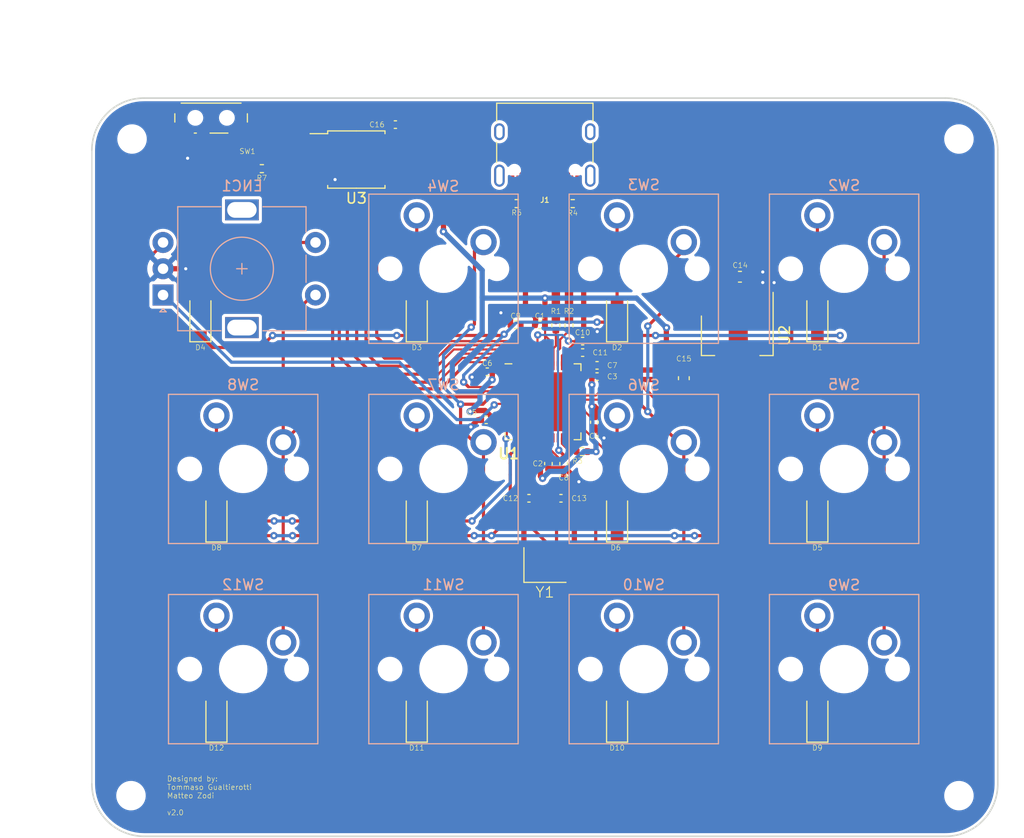
<source format=kicad_pcb>
(kicad_pcb (version 20211014) (generator pcbnew)
  (layers (0 "F.Cu" signal) (31 "B.Cu" power) (34 "B.Paste" user) (35 "F.Paste" user) (36 "B.SilkS" user "B.Silkscreen") (37 "F.SilkS" user "F.Silkscreen") (38 "B.Mask" user) (39 "F.Mask" user) (44 "Edge.Cuts" user))
  (net 0 "")
  (net 1 "+3V3")
  (net 2 "GND")
  (net 3 "+1V1")
  (net 4 "/XIN")
  (net 5 "/XOUT")
  (net 6 "VBUS")
  (net 7 "/ROW_0")
  (net 8 "Net-(D1-Pad2)")
  (net 9 "Net-(D2-Pad2)")
  (net 10 "Net-(D3-Pad2)")
  (net 11 "/ROW_1")
  (net 12 "Net-(D5-Pad2)")
  (net 13 "Net-(D6-Pad2)")
  (net 14 "/ROW_2")
  (net 15 "Net-(D7-Pad2)")
  (net 16 "Net-(D9-Pad2)")
  (net 17 "Net-(J1-PadA5)")
  (net 18 "/USB_D+")
  (net 19 "/USB_D-")
  (net 21 "Net-(J1-PadB5)")
  (net 24 "Net-(R1-Pad1)")
  (net 25 "Net-(R2-Pad1)")
  (net 26 "Net-(R3-Pad2)")
  (net 27 "/~{USB_BOOT}")
  (net 28 "/QSPI_SS")
  (net 29 "/COL_0")
  (net 30 "/COL_1")
  (net 31 "/COL_2")
  (net 54 "/QSPI_SD3")
  (net 55 "/QSPI_SCLK")
  (net 56 "/QSPI_SD0")
  (net 57 "/QSPI_SD2")
  (net 58 "/QSPI_SD1")
  (net 59 "Net-(D4-Pad2)")
  (net 60 "Net-(D8-Pad2)")
  (net 61 "Net-(D10-Pad2)")
  (net 62 "Net-(D11-Pad2)")
  (net 63 "Net-(D12-Pad2)")
  (net 64 "/COL_3")
  (net 66 "/ENC_PIN_A")
  (net 67 "/ENC_PIN_B")
  (footprint "Resistor_SMD:R_0402_1005Metric" (layer "F.Cu") (at 89.174 65.073 90)
    (fp_text reference "R1")
    (fp_text value "27.4")
  )
  (footprint "Diode_SMD:D_SOD-123" (layer "F.Cu") (at 94.996 64.389 90)
    (fp_text reference "D2")
    (fp_text value "D")
  )
  (footprint "Capacitor_SMD:C_0402_1005Metric" (layer "F.Cu") (at 86.614 81.534 180)
    (fp_text reference "C12")
    (fp_text value "30p")
  )
  (footprint "Button_Switch_SMD:SW_SPDT_PCM12" (layer "F.Cu") (at 56.388 45.6616 180)
    (fp_text reference "SW1")
    (fp_text value "SW_SPDT")
  )
  (footprint "Capacitor_SMD:C_0402_1005Metric" (layer "F.Cu") (at 87.658 65.024 180)
    (fp_text reference "C1")
    (fp_text value "100n")
  )
  (footprint "Capacitor_SMD:C_0402_1005Metric" (layer "F.Cu") (at 82.55 74.0664 180)
    (fp_text reference "C5")
    (fp_text value "100n")
  )
  (footprint "MountingHole:MountingHole_2.2mm_M2" (layer "F.Cu") (at 127.508 109.8296)
    (fp_text reference "H3" hide)
    (fp_text value "MountingHole")
  )
  (footprint "Capacitor_SMD:C_0402_1005Metric" (layer "F.Cu") (at 89.916 78.232 90)
    (fp_text reference "C8")
    (fp_text value "100n")
  )
  (footprint "MountingHole:MountingHole_2.2mm_M2" (layer "F.Cu") (at 127.508 47.3456)
    (fp_text reference "H2" hide)
    (fp_text value "MountingHole")
  )
  (footprint "Capacitor_SMD:C_0603_1608Metric" (layer "F.Cu") (at 106.68 60.452)
    (fp_text reference "C14")
    (fp_text value "10u")
  )
  (footprint "Package_TO_SOT_SMD:SOT-223-3_TabPin2" (layer "F.Cu") (at 106.426 66.04 -90)
    (fp_text reference "U2")
    (fp_text value "NCP1117-3.3_SOT223")
  )
  (footprint "Diode_SMD:D_SOD-123" (layer "F.Cu") (at 114.046 83.439 90)
    (fp_text reference "D5")
    (fp_text value "D")
  )
  (footprint "Diode_SMD:D_SOD-123" (layer "F.Cu") (at 94.996 83.439 90)
    (fp_text reference "D6")
    (fp_text value "D")
  )
  (footprint "Diode_SMD:D_SOD-123" (layer "F.Cu") (at 56.896 83.439 90)
    (fp_text reference "D8")
    (fp_text value "D")
  )
  (footprint "Resistor_SMD:R_0402_1005Metric" (layer "F.Cu") (at 90.424 65.073 90)
    (fp_text reference "R2")
    (fp_text value "27.4")
  )
  (footprint "MountingHole:MountingHole_2.2mm_M2" (layer "F.Cu") (at 48.768 109.8296)
    (fp_text reference "H4" hide)
    (fp_text value "MountingHole")
  )
  (footprint "Capacitor_SMD:C_0402_1005Metric" (layer "F.Cu") (at 91.722 66.576)
    (fp_text reference "C10")
    (fp_text value "1u")
  )
  (footprint "Diode_SMD:D_SOD-123" (layer "F.Cu") (at 114.046 64.389 90)
    (fp_text reference "D1")
    (fp_text value "D")
  )
  (footprint "Resistor_SMD:R_0402_1005Metric" (layer "F.Cu") (at 61.214 50.165)
    (fp_text reference "R7")
    (fp_text value "1k")
  )
  (footprint "Resistor_SMD:R_0402_1005Metric" (layer "F.Cu") (at 90.7796 53.4924)
    (fp_text reference "R4")
    (fp_text value "5k1")
  )
  (footprint "Connector_USB:USB_C_Receptacle_XKB_U262-16XN-4BVC11" (layer "F.Cu") (at 88.1251 47.7266 180)
    (fp_text reference "J1")
    (fp_text value "USB_C_Receptacle_USB2.0")
  )
  (footprint "Capacitor_SMD:C_0402_1005Metric" (layer "F.Cu") (at 92.837 74.295 -90)
    (fp_text reference "C4")
    (fp_text value "100n")
  )
  (footprint "Capacitor_SMD:C_0402_1005Metric" (layer "F.Cu") (at 73.914 45.974)
    (fp_text reference "C16")
    (fp_text value "100n")
  )
  (footprint "Capacitor_SMD:C_0402_1005Metric" (layer "F.Cu") (at 91.722 67.6682)
    (fp_text reference "C11")
    (fp_text value "1u")
  )
  (footprint "Capacitor_SMD:C_0402_1005Metric" (layer "F.Cu") (at 93.091 69.9516)
    (fp_text reference "C3")
    (fp_text value "100n")
  )
  (footprint "Diode_SMD:D_SOD-123" (layer "F.Cu") (at 94.996 102.489 90)
    (fp_text reference "D10")
    (fp_text value "D")
  )
  (footprint "Capacitor_SMD:C_0402_1005Metric" (layer "F.Cu") (at 88.4682 78.232 -90)
    (fp_text reference "C2")
    (fp_text value "100n")
  )
  (footprint "Resistor_SMD:R_0402_1005Metric" (layer "F.Cu") (at 85.45 53.4924 180)
    (fp_text reference "R5")
    (fp_text value "5k1")
  )
  (footprint "Diode_SMD:D_SOD-123" (layer "F.Cu") (at 56.896 102.489 90)
    (fp_text reference "D12")
    (fp_text value "D")
  )
  (footprint "Package_SO:SOIC-8_5.23x5.23mm_P1.27mm" (layer "F.Cu") (at 70.2 49.3)
    (fp_text reference "U3")
    (fp_text value "W25Q128JVS")
  )
  (footprint "Capacitor_SMD:C_0402_1005Metric" (layer "F.Cu") (at 89.662 81.534)
    (fp_text reference "C13")
    (fp_text value "30p")
  )
  (footprint "Diode_SMD:D_SOD-123" (layer "F.Cu") (at 55.372 64.389 90)
    (fp_text reference "D4")
    (fp_text value "D")
  )
  (footprint "Capacitor_SMD:C_0603_1608Metric" (layer "F.Cu") (at 101.346 70.104 -90)
    (fp_text reference "C15")
    (fp_text value "10u")
  )
  (footprint "Package_DFN_QFN:QFN-56-1EP_7x7mm_P0.4mm_EP5.6x5.6mm" (layer "F.Cu") (at 87.95 72.348)
    (fp_text reference "U1")
    (fp_text value "RP2040")
  )
  (footprint "Capacitor_SMD:C_0402_1005Metric" (layer "F.Cu") (at 85.344 65.024 180)
    (fp_text reference "C9")
    (fp_text value "100n")
  )
  (footprint "Resistor_SMD:R_0402_1005Metric" (layer "F.Cu") (at 91.6666 77.089 180)
    (fp_text reference "R3")
    (fp_text value "10k")
  )
  (footprint "MountingHole:MountingHole_2.2mm_M2" (layer "F.Cu") (at 48.8696 47.3456)
    (fp_text reference "H1" hide)
    (fp_text value "MountingHole")
  )
  (footprint "Capacitor_SMD:C_0402_1005Metric" (layer "F.Cu") (at 93.091 68.8848)
    (fp_text reference "C7")
    (fp_text value "100n")
  )
  (footprint "Diode_SMD:D_SOD-123" (layer "F.Cu") (at 114.046 102.489 90)
    (fp_text reference "D9")
    (fp_text value "D")
  )
  (footprint "Diode_SMD:D_SOD-123" (layer "F.Cu") (at 75.946 102.489 90)
    (fp_text reference "D11")
    (fp_text value "D")
  )
  (footprint "Capacitor_SMD:C_0402_1005Metric" (layer "F.Cu") (at 82.6516 69.4944 180)
    (fp_text reference "C6")
    (fp_text value "100n")
  )
  (footprint "Diode_SMD:D_SOD-123" (layer "F.Cu") (at 75.946 64.389 90)
    (fp_text reference "D3")
    (fp_text value "D")
  )
  (footprint "Diode_SMD:D_SOD-123" (layer "F.Cu") (at 75.946 83.439 90)
    (fp_text reference "D7")
    (fp_text value "D")
  )
  (footprint "Crystal:Crystal_SMD_3225-4Pin_3.2x2.5mm" (layer "F.Cu") (at 88.138 87.884)
    (fp_text reference "Y1")
    (fp_text value "12MHz")
  )
  (footprint "Switch_Keyboard_Cherry_MX:SW_Cherry_MX_PCB_1.00u" (layer "B.Cu") (at 78.486 78.74 180)
    (fp_text reference "SW7")
    (fp_text value "KEY_7_12")
  )
  (footprint "Switch_Keyboard_Cherry_MX:SW_Cherry_MX_PCB_1.00u" (layer "B.Cu") (at 116.586 78.74 180)
    (fp_text reference "SW5")
    (fp_text value "KEY_5_10")
  )
  (footprint "Switch_Keyboard_Cherry_MX:SW_Cherry_MX_PCB_1.00u" (layer "B.Cu") (at 97.536 59.69 180)
    (fp_text reference "SW3")
    (fp_text value "KEY_2_01")
  )
  (footprint "Switch_Keyboard_Cherry_MX:SW_Cherry_MX_PCB_1.00u" (layer "B.Cu") (at 97.536 78.74 180)
    (fp_text reference "SW6")
    (fp_text value "KEY_6_11")
  )
  (footprint "Switch_Keyboard_Cherry_MX:SW_Cherry_MX_PCB_1.00u" (layer "B.Cu") (at 97.536 97.79 180)
    (fp_text reference "SW10")
    (fp_text value "KEY_10_21")
  )
  (footprint "Switch_Keyboard_Cherry_MX:SW_Cherry_MX_PCB_1.00u" (layer "B.Cu") (at 59.436 78.74 180)
    (fp_text reference "SW8")
    (fp_text value "KEY_8_13")
  )
  (footprint "Switch_Keyboard_Cherry_MX:SW_Cherry_MX_PCB_1.00u" (layer "B.Cu") (at 116.586 59.69 180)
    (fp_text reference "SW2")
    (fp_text value "KEY_1_00")
  )
  (footprint "Switch_Keyboard_Cherry_MX:SW_Cherry_MX_PCB_1.00u" (layer "B.Cu") (at 78.486 97.79 180)
    (fp_text reference "SW11")
    (fp_text value "KEY_11_22")
  )
  (footprint "Switch_Keyboard_Cherry_MX:SW_Cherry_MX_PCB_1.00u" (layer "B.Cu") (at 116.586 97.79 180)
    (fp_text reference "SW9")
    (fp_text value "KEY_9_20")
  )
  (footprint "Rotary_Encoder:RotaryEncoder_Alps_EC11E-Switch_Vertical_H20mm" (layer "B.Cu") (at 51.816 62.19)
    (fp_text reference "ENC1")
    (fp_text value "Encoder_Switch")
  )
  (footprint "Switch_Keyboard_Cherry_MX:SW_Cherry_MX_PCB_1.00u" (layer "B.Cu") (at 59.436 97.79 180)
    (fp_text reference "SW12")
    (fp_text value "KEY_12_23")
  )
  (footprint "Switch_Keyboard_Cherry_MX:SW_Cherry_MX_PCB_1.00u" (layer "B.Cu") (at 78.486 59.69 180)
    (fp_text reference "SW4")
    (fp_text value "KEY_3_02")
  )
  (gr_line (start 50 43.45) (end 126.2 43.45) (layer "Edge.Cuts") (width 0.15))
  (gr_arc (start 126.2 43.45) (mid 129.732472 44.882098) (end 131.199997 48.4) (layer "Edge.Cuts") (width 0.15))
  (gr_arc (start 45.05 48.4) (mid 46.499821 44.899821) (end 50 43.45) (layer "Edge.Cuts") (width 0.15))
  (gr_line (start 131.199997 48.4) (end 131.2 108.75) (layer "Edge.Cuts") (width 0.15))
  (gr_arc (start 50 113.7) (mid 46.489465 112.225179) (end 45.049998 108.7) (layer "Edge.Cuts") (width 0.15))
  (gr_arc (start 131.2 108.75) (mid 129.725178 112.260533) (end 126.2 113.7) (layer "Edge.Cuts") (width 0.15))
  (gr_line (start 45.049998 108.7) (end 45.05 48.4) (layer "Edge.Cuts") (width 0.1))
  (gr_line (start 126.2 113.7) (end 50 113.7) (layer "Edge.Cuts") (width 0.15))
  (gr_text "Designed by:\nTommaso Gualtierotti\nMatteo Zodi\n\nv2.0" (at 52.1716 109.8296) (layer "F.SilkS") (effects (font (size 0.5 0.5) (thickness 0.05)) (justify left)))
  (segment (start 92.611 68.8848) (end 92.611 68.5572) (width 0.2) (layer "F.Cu") (net 1))
  (segment (start 97.0658 69.329) (end 95.7834 68.0466) (width 0.5) (layer "F.Cu") (net 1))
  (segment (start 78.486 49.784) (end 76.097 47.395) (width 0.5) (layer "F.Cu") (net 1))
  (segment (start 99.6826 65.3158) (end 99.6826 69.329) (width 0.5) (layer "F.Cu") (net 1))
  (segment (start 92.596378 69.966222) (end 92.611 69.9516) (width 0.5) (layer "F.Cu") (net 1))
  (segment (start 88.55 68.9105) (end 88.55 66.452) (width 0.2) (layer "F.Cu") (net 1))
  (segment (start 92.484 73.815) (end 92.837 73.815) (width 0.2) (layer "F.Cu") (net 1))
  (segment (start 91.3875 69.748) (end 92.4074 69.748) (width 0.2) (layer "F.Cu") (net 1))
  (segment (start 92.4306 68.3768) (end 91.4908 68.3768) (width 0.2) (layer "F.Cu") (net 1))
  (segment (start 88.15 65.036) (end 88.138 65.024) (width 0.2) (layer "F.Cu") (net 1))
  (segment (start 92.611 68.6536) (end 93.218 68.0466) (width 0.2) (layer "F.Cu") (net 1))
  (segment (start 63.627 47.371) (end 65.024 45.974) (width 0.5) (layer "F.Cu") (net 1))
  (segment (start 76.097 47.395) (end 73.8 47.395) (width 0.5) (layer "F.Cu") (net 1))
  (segment (start 87.7082 79.4278) (end 87.9094 79.629) (width 0.5) (layer "F.Cu") (net 1))
  (segment (start 81.1255 73.1815) (end 82.4525 73.1815) (width 0.5) (layer "F.Cu") (net 1))
  (segment (start 90.15 68.9105) (end 90.15 68.1174) (width 0.2) (layer "F.Cu") (net 1))
  (segment (start 88.15 66.052) (end 88.15 65.036) (width 0.2) (layer "F.Cu") (net 1))
  (segment (start 88.4682 77.2922) (end 88.15 76.974) (width 0.2) (layer "F.Cu") (net 1))
  (segment (start 73.434 45.974) (end 73.434 47.029) (width 0.5) (layer "F.Cu") (net 1))
  (segment (start 84.2589 69.4944) (end 83.1316 69.4944) (width 0.2) (layer "F.Cu") (net 1))
  (segment (start 90.55 68.9105) (end 92.5853 68.9105) (width 0.2) (layer "F.Cu") (net 1))
  (segment (start 83.1316 69.4944) (end 83.1316 70.2257) (width 0.5) (layer "F.Cu") (net 1))
  (segment (start 88.283814 77.752) (end 87.7082 78.327614) (width 0.5) (layer "F.Cu") (net 1))
  (segment (start 106.426 69.19) (end 106.274 69.342) (width 0.5) (layer "F.Cu") (net 1))
  (segment (start 92.611 68.8848) (end 92.611 69.9516) (width 0.2) (layer "F.Cu") (net 1))
  (segment (start 93.091 73.025) (end 92.8635 72.7975) (width 0.5) (layer "F.Cu") (net 1))
  (segment (start 92.4074 69.748) (end 92.611 69.9516) (width 0.2) (layer "F.Cu") (net 1))
  (segment (start 99.695 65.3034) (end 99.6826 65.3158) (width 0.5) (layer "F.Cu") (net 1))
  (segment (start 88.15 76.974) (end 88.15 75.7855) (width 0.2) (layer "F.Cu") (net 1))
  (segment (start 83.2612 74.0664) (end 83.03 74.0664) (width 0.2) (layer "F.Cu") (net 1))
  (segment (start 92.837 73.815) (end 92.936 73.815) (width 0.5) (layer "F.Cu") (net 1))
  (segment (start 97.422 69.329) (end 97.0658 69.329) (width 0.5) (layer "F.Cu") (net 1))
  (segment (start 90.5992 67.6682) (end 91.242 67.6682) (width 0.2) (layer "F.Cu") (net 1))
  (segment (start 91.3875 73.348) (end 92.017 73.348) (width 0.2) (layer "F.Cu") (net 1))
  (segment (start 58.638 47.0916) (end 58.9174 47.371) (width 0.5) (layer "F.Cu") (net 1))
  (segment (start 65.024 45.974) (end 73.434 45.974) (width 0.5) (layer "F.Cu") (net 1))
  (segment (start 81.026 73.281) (end 81.1255 73.1815) (width 0.5) (layer "F.Cu") (net 1))
  (segment (start 88.4682 77.752) (end 88.4682 77.2922) (width 0.2) (layer "F.Cu") (net 1))
  (segment (start 88.55 66.452) (end 88.15 66.052) (width 0.2) (layer "F.Cu") (net 1))
  (segment (start 92.596378 70.726978) (end 92.596378 69.966222) (width 0.5) (layer "F.Cu") (net 1))
  (segment (start 92.5853 68.9105) (end 92.611 68.8848) (width 0.2) (layer "F.Cu") (net 1))
  (segment (start 87.7082 78.327614) (end 87.7082 79.4278) (width 0.5) (layer "F.Cu") (net 1))
  (segment (start 92.017 73.348) (end 92.484 73.815) (width 0.2) (layer "F.Cu") (net 1))
  (segment (start 92.8635 72.7975) (end 92.5966 72.7975) (width 0.5) (layer "F.Cu") (net 1))
  (segment (start 91.4908 68.3768) (end 91.242 68.128) (width 0.2) (layer "F.Cu") (net 1))
  (segment (start 88.4682 77.752) (end 88.283814 77.752) (width 0.5) (layer "F.Cu") (net 1))
  (segment (start 95.7834 68.0466) (end 93.218 68.0466) (width 0.5) (layer "F.Cu") (net 1))
  (segment (start 91.242 68.128) (end 91.242 67.6682) (width 0.2) (layer "F.Cu") (net 1))
  (segment (start 73.434 47.029) (end 73.8 47.395) (width 0.5) (layer "F.Cu") (net 1))
  (segment (start 83.1316 70.2257) (end 83.1088 70.2485) (width 0.5) (layer "F.Cu") (net 1))
  (segment (start 90.15 68.1174) (end 90.5992 67.6682) (width 0.2) (layer "F.Cu") (net 1))
  (segment (start 88.15 68.9105) (end 88.15 66.052) (width 0.2) (layer "F.Cu") (net 1))
  (segment (start 106.426 62.89) (end 106.426 69.19) (width 0.5) (layer "F.Cu") (net 1))
  (segment (start 82.4525 73.1815) (end 83.03 73.759) (width 0.5) (layer "F.Cu") (net 1))
  (segment (start 78.486 56.154464) (end 78.486 49.784) (width 0.5) (layer "F.Cu") (net 1))
  (segment (start 88.138 62.484) (end 88.138 65.024) (width 0.5) (layer "F.Cu") (net 1))
  (segment (start 83.9796 73.348) (end 83.2612 74.0664) (width 0.2) (layer "F.Cu") (net 1))
  (segment (start 92.611 68.8848) (end 92.611 68.6536) (width 0.2) (layer "F.Cu") (net 1))
  (segment (start 92.990756 77.089) (end 92.1766 77.089) (width 0.5) (layer "F.Cu") (net 1))
  (segment (start 93.091 73.66) (end 93.091 73.025) (width 0.5) (layer "F.Cu") (net 1))
  (segment (start 101.359 69.342) (end 101.346 69.329) (width 0.5) (layer "F.Cu") (net 1))
  (segment (start 58.9174 47.371) (end 63.627 47.371) (width 0.5) (layer "F.Cu") (net 1))
  (segment (start 84.5125 73.348) (end 83.9796 73.348) (width 0.2) (layer "F.Cu") (net 1))
  (segment (start 84.5125 69.748) (end 84.2589 69.4944) (width 0.2) (layer "F.Cu") (net 1))
  (segment (start 92.611 68.5572) (end 92.4306 68.3768) (width 0.2) (layer "F.Cu") (net 1))
  (segment (start 99.6826 69.329) (end 97.422 69.329) (width 0.5) (layer "F.Cu") (net 1))
  (segment (start 106.274 69.342) (end 101.359 69.342) (width 0.5) (layer "F.Cu") (net 1))
  (segment (start 83.03 73.759) (end 83.03 74.0664) (width 0.5) (layer "F.Cu") (net 1))
  (segment (start 101.346 69.329) (end 99.6826 69.329) (width 0.5) (layer "F.Cu") (net 1))
  (segment (start 92.936 73.815) (end 93.091 73.66) (width 0.5) (layer "F.Cu") (net 1))
  (via (at 81.026 73.281) (size 0.7) (drill 0.3) (layers "F.Cu" "B.Cu") (net 1))
  (via (at 92.990756 77.089) (size 0.7) (drill 0.3) (layers "F.Cu" "B.Cu") (net 1))
  (via (at 83.1088 70.2485) (size 0.7) (drill 0.3) (layers "F.Cu" "B.Cu") (net 1))
  (via (at 78.486 56.154464) (size 0.7) (drill 0.3) (layers "F.Cu" "B.Cu") (net 1))
  (via (at 92.5966 72.7975) (size 0.7) (drill 0.3) (layers "F.Cu" "B.Cu") (net 1))
  (via (at 88.138 62.484) (size 0.7) (drill 0.3) (layers "F.Cu" "B.Cu") (net 1))
  (via (at 99.695 65.3034) (size 0.7) (drill 0.3) (layers "F.Cu" "B.Cu") (net 1))
  (via (at 87.9094 79.629) (size 0.7) (drill 0.3) (layers "F.Cu" "B.Cu") (net 1))
  (via (at 92.596378 70.726978) (size 0.7) (drill 0.3) (layers "F.Cu" "B.Cu") (net 1))
  (segment (start 83.1088 70.2485) (end 81.9579 71.3994) (width 0.5) (layer "B.Cu") (net 1))
  (segment (start 81.9579 71.3994) (end 81.9579 72.3491) (width 0.5) (layer "B.Cu") (net 1))
  (segment (start 82.169 65.786) (end 82.169 62.4078) (width 0.5) (layer "B.Cu") (net 1))
  (segment (start 92.990756 77.089) (end 91.8464 77.089) (width 0.5) (layer "B.Cu") (net 1))
  (segment (start 92.5966 75.9088) (end 92.5966 72.5288) (width 0.5) (layer "B.Cu") (net 1))
  (segment (start 92.5966 70.7272) (end 92.596378 70.726978) (width 0.5) (layer "B.Cu") (net 1))
  (segment (start 92.990756 76.302956) (end 92.5966 75.9088) (width 0.5) (layer "B.Cu") (net 1))
  (segment (start 81.9579 71.3994) (end 79.8576 71.3994) (width 0.5) (layer "B.Cu") (net 1))
  (segment (start 96.8502 62.484) (end 82.2452 62.484) (width 0.5) (layer "B.Cu") (net 1))
  (segment (start 99.695 65.3034) (end 99.6696 65.3034) (width 0.5) (layer "B.Cu") (net 1))
  (segment (start 89.9668 78.9686) (end 88.5698 78.9686) (width 0.5) (layer "B.Cu") (net 1))
  (segment (start 79.3242 68.6308) (end 82.169 65.786) (width 0.5) (layer "B.Cu") (net 1))
  (segment (start 92.990756 77.089) (end 92.990756 76.302956) (width 0.5) (layer "B.Cu") (net 1))
  (segment (start 82.2452 62.484) (end 82.169 62.4078) (width 0.5) (layer "B.Cu") (net 1))
  (segment (start 88.5698 78.9686) (end 87.9094 79.629) (width 0.5) (layer "B.Cu") (net 1))
  (segment (start 79.8576 71.3994) (end 79.3242 70.866) (width 0.5) (layer "B.Cu") (net 1))
  (segment (start 82.169 59.837464) (end 82.169 62.4078) (width 0.5) (layer "B.Cu") (net 1))
  (segment (start 79.3242 70.866) (end 79.3242 68.6308) (width 0.5) (layer "B.Cu") (net 1))
  (segment (start 92.5966 72.5288) (end 92.5966 70.7272) (width 0.5) (layer "B.Cu") (net 1))
  (segment (start 78.486 56.154464) (end 82.169 59.837464) (width 0.5) (layer "B.Cu") (net 1))
  (segment (start 81.9579 72.3491) (end 81.026 73.281) (width 0.5) (layer "B.Cu") (net 1))
  (segment (start 99.6696 65.3034) (end 96.8502 62.484) (width 0.5) (layer "B.Cu") (net 1))
  (segment (start 91.8464 77.089) (end 89.9668 78.9686) (width 0.5) (layer "B.Cu") (net 1))
  (segment (start 92.202 67.6682) (end 92.202 66.576) (width 0.5) (layer "F.Cu") (net 2))
  (segment (start 84.7751 51.3966) (end 85.0751 51.3966) (width 0.3) (layer "F.Cu") (net 2))
  (segment (start 89.238 88.734) (end 90.4884 88.734) (width 0.5) (layer "F.Cu") (net 2))
  (segment (start 85.598 55.499) (end 85.598 59.817) (width 0.5) (layer "F.Cu") (net 2))
  (segment (start 86.106 81.506) (end 85.598 80.998) (width 0.5) (layer "F.Cu") (net 2))
  (segment (start 85.3186 63.881) (end 86.2838 63.881) (width 0.5) (layer "F.Cu") (net 2))
  (segment (start 86.95 75.7855) (end 86.95 73.348) (width 0.2) (layer "F.Cu") (net 2))
  (segment (start 90.2462 81.534) (end 90.142 81.534) (width 0.5) (layer "F.Cu") (net 2))
  (segment (start 90.551 54.864) (end 91.2896 54.1254) (width 0.5) (layer "F.Cu") (net 2))
  (segment (start 87.249 64.3128) (end 87.249 64.953) (width 0.5) (layer "F.Cu") (net 2))
  (segment (start 81.7118 69.4944) (end 81.2038 70.0024) (width 0.5) (layer "F.Cu") (net 2))
  (segment (start 93.107433 65.670567) (end 92.202 66.576) (width 0.5) (layer "F.Cu") (net 2))
  (segment (start 74.394 45.974) (end 76.073 45.974) (width 0.5) (layer "F.Cu") (net 2))
  (segment (start 110.134 62.89) (end 108.726 62.89) (width 0.5) (layer "F.Cu") (net 2))
  (segment (start 90.551 59.944) (end 90.551 54.864) (width 0.5) (layer "F.Cu") (net 2))
  (segment (start 86.2838 63.881) (end 86.8172 63.881) (width 0.5) (layer "F.Cu") (net 2))
  (segment (start 84.94 53.4924) (end 84.94 54.841) (width 0.5) (layer "F.Cu") (net 2))
  (segment (start 90.142 80.363) (end 90.142 81.534) (width 0.5) (layer "F.Cu") (net 2))
  (segment (start 84.94 53.4924) (end 84.9 53.4524) (width 0.5) (layer "F.Cu") (net 2))
  (segment (start 93.8504 70.231) (end 93.571 69.9516) (width 0.5) (layer "F.Cu") (net 2))
  (segment (start 84.864 65.024) (end 84.864 64.3356) (width 0.5) (layer "F.Cu") (net 2))
  (segment (start 89.916 80.137) (end 90.142 80.363) (width 0.5) (layer "F.Cu") (net 2))
  (segment (start 99.2762 70.879) (end 98.6282 70.231) (width 0.5) (layer "F.Cu") (net 2))
  (segment (start 85.598 80.998) (end 85.598 77.724) (width 0.5) (layer "F.Cu") (net 2))
  (segment (start 92.837 74.775) (end 92.837 74.8792) (width 0.5) (layer "F.Cu") (net 2))
  (segment (start 86.106 81.506) (end 86.134 81.534) (width 0.2) (layer "F.Cu") (net 2))
  (segment (start 92.202 65.786) (end 91.821 65.405) (width 0.5) (layer "F.Cu") (net 2))
  (segment (start 85.598 77.724) (end 86.106 77.216) (width 0.5) (layer "F.Cu") (net 2))
  (segment (start 54.138 49.1596) (end 54.138 47.0916) (width 0.5) (layer "F.Cu") (net 2))
  (segment (start 91.821 65.405) (end 91.821 61.214) (width 0.5) (layer "F.Cu") (net 2))
  (segment (start 101.346 70.879) (end 102.095 71.628) (width 0.5) (layer "F.Cu") (net 2))
  (segment (start 92.837 74.8792) (end 93.7514 75.7936) (width 0.5) (layer "F.Cu") (net 2))
  (segment (start 84.9 53.4524) (end 84.9 51.3966) (width 0.5) (layer "F.Cu") (net 2))
  (segment (start 89.238 89.6796) (end 89.238 88.734) (width 0.5) (layer "F.Cu") (net 2))
  (segment (start 91.2896 53.4924) (end 91.2751 53.4779) (width 0.5) (layer "F.Cu") (net 2))
  (segment (start 86.8172 63.881) (end 87.249 64.3128) (width 0.5) (layer "F.Cu") (net 2))
  (segment (start 91.4751 51.3966) (end 91.1751 51.3966) (width 0.3) (layer "F.Cu") (net 2))
  (segment (start 85.217 89.535) (end 85.979 90.297) (width 0.5) (layer "F.Cu") (net 2))
  (segment (start 90.932 88.2904) (end 90.932 82.2198) (width 0.5) (layer "F.Cu") (net 2))
  (segment (start 91.821 61.214) (end 90.551 59.944) (width 0.5) (layer "F.Cu") (net 2))
  (segment (start 76.073 45.974) (end 83.5914 53.4924) (width 0.5) (layer "F.Cu") (net 2))
  (segment (start 54.1528 49.1744) (end 54.138 49.1596) (width 0.5) (layer "F.Cu") (net 2))
  (segment (start 91.2896 54.1254) (end 91.2896 53.4924) (width 0.5) (layer "F.Cu") (net 2))
  (segment (start 93.571 68.8848) (end 93.571 69.9516) (width 0.5) (layer "F.Cu") (net 2))
  (segment (start 51.816 59.69) (end 53.975 59.69) (width 0.5) (layer "F.Cu") (net 2))
  (segment (start 86.95 75.7855) (end 86.95 76.372) (width 0.2) (layer "F.Cu") (net 2))
  (segment (start 86.2838 60.5028) (end 86.2838 63.881) (width 0.5) (layer "F.Cu") (net 2))
  (segment (start 87.038 87.034) (end 85.9654 87.034) (width 0.5) (layer "F.Cu") (net 2))
  (segment (start 86.95 73.348) (end 87.95 72.348) (width 0.2) (layer "F.Cu") (net 2))
  (segment (start 101.346 70.879) (end 99.2762 70.879) (width 0.5) (layer "F.Cu") (net 2))
  (segment (start 86.134 81.534) (end 86.134 86.13) (width 0.5) (layer "F.Cu") (net 2))
  (segment (start 81.7636 74.0664) (end 82.07 74.0664) (width 0.5) (layer "F.Cu") (net 2))
  (segment (start 89.916 78.712) (end 90.1166 78.712) (width 0.5) (layer "F.Cu") (net 2))
  (segment (start 84.864 64.3356) (end 85.3186 63.881) (width 0.5) (layer "F.Cu") (net 2))
  (segment (start 85.9654 87.034) (end 85.217 87.7824) (width 0.5) (layer "F.Cu") (net 2))
  (segment (start 89.916 78.712) (end 89.916 80.137) (width 0.5) (layer "F.Cu") (net 2))
  (segment (start 109.982 71.628) (end 111.506 70.104) (width 0.5) (layer "F.Cu") (net 2))
  (segment (start 111.506 70.104) (end 111.506 64.262) (width 0.5) (layer "F.Cu") (net 2))
  (segment (start 68.175 51.205) (end 66.6 51.205) (width 0.5) (layer "F.Cu") (net 2))
  (segment (start 88.6206 90.297) (end 89.238 89.6796) (width 0.5) (layer "F.Cu") (net 2))
  (segment (start 82.1716 69.4944) (end 81.7118 69.4944) (width 0.5) (layer "F.Cu") (net 2))
  (segment (start 88.646 78.712) (end 89.916 78.712) (width 0.5) (layer "F.Cu") (net 2))
  (segment (start 83.5914 53.4924) (end 84.94 53.4924) (width 0.5) (layer "F.Cu") (net 2))
  (segment (start 85.3186 63.881) (end 83.947 63.881) (width 0.5) (layer "F.Cu") (net 2))
  (segment (start 90.932 82.2198) (end 90.2462 81.534) (width 0.5) (layer "F.Cu") (net 2))
  (segment (start 84.94 54.841) (end 85.598 55.499) (width 0.5) (layer "F.Cu") (net 2))
  (segment (start 91.2751 53.4779) (end 91.2751 51.3966) (width 0.5) (layer "F.Cu") (net 2))
  (segment (start 87.249 64.953) (end 87.178 65.024) (width 0.5) (layer "F.Cu") (net 2))
  (segment (start 85.217 87.7824) (end 85.217 89.535) (width 0.5) (layer "F.Cu") (net 2))
  (segment (start 90.1166 78.712) (end 91.3638 79.9592) (width 0.5) (layer "F.Cu") (net 2))
  (segment (start 98.6282 70.231) (end 93.8504 70.231) (width 0.5) (layer "F.Cu") (net 2))
  (segment (start 86.95 76.372) (end 86.106 77.216) (width 0.2) (layer "F.Cu") (net 2))
  (segment (start 92.202 66.576) (end 92.202 65.786) (width 0.5) (layer "F.Cu") (net 2))
  (segment (start 102.095 71.628) (end 109.982 71.628) (width 0.5) (layer "F.Cu") (net 2))
  (segment (start 111.506 64.262) (end 110.134 62.89) (width 0.5) (layer "F.Cu") (net 2))
  (segment (start 85.979 90.297) (end 88.6206 90.297) (width 0.5) (layer "F.Cu") (net 2))
  (segment (start 81.0895 74.7405) (end 81.7636 74.0664) (width 0.5) (layer "F.Cu") (net 2))
  (segment (start 90.4884 88.734) (end 90.932 88.2904) (width 0.5) (layer "F.Cu") (net 2))
  (segment (start 85.598 59.817) (end 86.2838 60.5028) (width 0.5) (layer "F.Cu") (net 2))
  (segment (start 86.134 86.13) (end 87.038 87.034) (width 0.5) (layer "F.Cu") (net 2))
  (via (at 83.947 63.881) (size 0.7) (drill 0.3) (layers "F.Cu" "B.Cu") (net 2))
  (via (at 93.7514 75.7936) (size 0.7) (drill 0.3) (layers "F.Cu" "B.Cu") (net 2))
  (via (at 81.2038 70.0024) (size 0.7) (drill 0.3) (layers "F.Cu" "B.Cu") (net 2))
  (via (at 54.1528 49.1744) (size 0.7) (drill 0.3) (layers "F.Cu" "B.Cu") (net 2))
  (via (at 68.175 51.205) (size 0.7) (drill 0.3) (layers "F.Cu" "B.Cu") (net 2))
  (via (at 108.85 61) (size 0.7) (drill 0.3) (layers "F.Cu" "B.Cu") (net 2))
  (via (at 91.3638 79.9592) (size 0.7) (drill 0.3) (layers "F.Cu" "B.Cu") (net 2))
  (via (at 108.85 60) (size 0.7) (drill 0.3) (layers "F.Cu" "B.Cu") (net 2))
  (via (at 81.0895 74.7405) (size 0.7) (drill 0.3) (layers "F.Cu" "B.Cu") (net 2))
  (via (at 53.975 59.69) (size 0.7) (drill 0.3) (layers "F.Cu" "B.Cu") (net 2))
  (via (at 109.9312 61.0108) (size 0.7) (drill 0.3) (layers "F.Cu" "B.Cu") (net 2))
  (via (at 93.107433 65.670567) (size 0.7) (drill 0.3) (layers "F.Cu" "B.Cu") (net 2))
  (segment (start 87.75 67.440233) (end 85.824 65.514233) (width 0.2) (layer "F.Cu") (net 3))
  (segment (start 91.125714 66.576) (end 91.242 66.576) (width 0.2) (layer "F.Cu") (net 3))
  (segment (start 87.4268 66.0129) (end 87.4505 65.9892) (width 0.2) (layer "F.Cu") (net 3))
  (segment (start 85.824 65.514233) (end 85.824 65.024) (width 0.2) (layer "F.Cu") (net 3))
  (segment (start 90.385038 66.576) (end 91.242 66.576) (width 0.2) (layer "F.Cu") (net 3))
  (segment (start 89.5122 77.752) (end 89.916 77.752) (width 0.2) (layer "F.Cu") (net 3))
  (segment (start 88.55 76.7898) (end 89.5122 77.752) (width 0.2) (layer "F.Cu") (net 3))
  (segment (start 87.75 67.440233) (end 87.4268 67.117033) (width 0.2) (layer "F.Cu") (net 3))
  (segment (start 89.75 67.951714) (end 91.125714 66.576) (width 0.2) (layer "F.Cu") (net 3))
  (segment (start 88.55 75.7855) (end 88.55 76.7898) (width 0.2) (layer "F.Cu") (net 3))
  (segment (start 90.367286 66.558248) (end 90.385038 66.576) (width 0.2) (layer "F.Cu") (net 3))
  (segment (start 87.75 68.9105) (end 87.75 67.440233) (width 0.2) (layer "F.Cu") (net 3))
  (segment (start 89.456625 76.963957) (end 89.916 77.423332) (width 0.3) (layer "F.Cu") (net 3))
  (segment (start 89.916 77.423332) (end 89.916 77.752) (width 0.3) (layer "F.Cu") (net 3))
  (segment (start 89.75 68.9105) (end 89.75 67.951714) (width 0.2) (layer "F.Cu") (net 3))
  (segment (start 87.4268 67.117033) (end 87.4268 66.0129) (width 0.2) (layer "F.Cu") (net 3))
  (via (at 87.4505 65.9892) (size 0.7) (drill 0.3) (layers "F.Cu" "B.Cu") (net 3))
  (via (at 90.367286 66.558248) (size 0.7) (drill 0.3) (layers "F.Cu" "B.Cu") (net 3))
  (via (at 89.456625 76.963957) (size 0.7) (drill 0.3) (layers "F.Cu" "B.Cu") (net 3))
  (segment (start 90.367286 66.558248) (end 89.798238 65.9892) (width 0.2) (layer "B.Cu") (net 3))
  (segment (start 89.379491 76.886823) (end 89.456625 76.963957) (width 0.2) (layer "B.Cu") (net 3))
  (segment (start 89.798238 65.9892) (end 87.4505 65.9892) (width 0.2) (layer "B.Cu") (net 3))
  (segment (start 89.379491 65.9892) (end 89.379491 76.886823) (width 0.2) (layer "B.Cu") (net 3))
  (segment (start 86.36 78.359) (end 86.36 77.978) (width 0.2) (layer "F.Cu") (net 4))
  (segment (start 86.36 78.359) (end 86.36 80.391) (width 0.3) (layer "F.Cu") (net 4))
  (segment (start 87.288 88.734) (end 87.038 88.734) (width 0.3) (layer "F.Cu") (net 4))
  (segment (start 87.094 81.534) (end 87.094 84.554) (width 0.3) (layer "F.Cu") (net 4))
  (segment (start 87.35 76.988) (end 87.35 75.7855) (width 0.2) (layer "F.Cu") (net 4))
  (segment (start 88.138 85.598) (end 88.138 87.884) (width 0.3) (layer "F.Cu") (net 4))
  (segment (start 87.094 81.125) (end 87.094 81.534) (width 0.3) (layer "F.Cu") (net 4))
  (segment (start 87.094 84.554) (end 88.138 85.598) (width 0.3) (layer "F.Cu") (net 4))
  (segment (start 86.36 80.391) (end 87.094 81.125) (width 0.3) (layer "F.Cu") (net 4))
  (segment (start 86.36 77.978) (end 87.35 76.988) (width 0.2) (layer "F.Cu") (net 4))
  (segment (start 88.138 87.884) (end 87.288 88.734) (width 0.3) (layer "F.Cu") (net 4))
  (segment (start 87.75 75.7855) (end 87.75 77.35) (width 0.2) (layer "F.Cu") (net 5))
  (segment (start 86.995 78.105) (end 86.995 79.8576) (width 0.3) (layer "F.Cu") (net 5))
  (segment (start 87.1474 80.01) (end 88.6714 81.534) (width 0.3) (layer "F.Cu") (net 5))
  (segment (start 89.182 81.534) (end 89.238 81.59) (width 0.3) (layer "F.Cu") (net 5))
  (segment (start 88.6714 81.534) (end 89.182 81.534) (width 0.3) (layer "F.Cu") (net 5))
  (segment (start 86.995 79.8576) (end 87.1474 80.01) (width 0.3) (layer "F.Cu") (net 5))
  (segment (start 89.238 81.59) (end 89.238 87.034) (width 0.3) (layer "F.Cu") (net 5))
  (segment (start 87.75 77.35) (end 86.995 78.105) (width 0.2) (layer "F.Cu") (net 5))
  (segment (start 105.8926 60.4396) (end 105.905 60.452) (width 0.5) (layer "F.Cu") (net 6))
  (segment (start 90.3751 51.3966) (end 90.6751 51.3966) (width 0.3) (layer "F.Cu") (net 6))
  (segment (start 90.3751 51.3966) (end 90.3751 50.6751) (width 0.3) (layer "F.Cu") (net 6))
  (segment (start 90.3751 50.6751) (end 88.2902 48.5902) (width 0.3) (layer "F.Cu") (net 6))
  (segment (start 85.8751 51.3966) (end 85.5751 51.3966) (width 0.3) (layer "F.Cu") (net 6))
  (segment (start 85.8751 50.6749) (end 87.9598 48.5902) (width 0.3) (layer "F.Cu") (net 6))
  (segment (start 85.8751 51.3966) (end 85.8751 50.6749) (width 0.3) (layer "F.Cu") (net 6))
  (segment (start 116.205 66.04) (end 114.047 66.04) (width 0.3) (layer "F.Cu") (net 7))
  (segment (start 80.4037 70.4723) (end 80.8482 70.9168) (width 0.3) (layer "F.Cu") (net 7))
  (segment (start 93.728267 64.771267) (end 94.996 66.039) (width 0.3) (layer "F.Cu") (net 7))
  (segment (start 93.088329 64.771267) (end 93.728267 64.771267) (width 0.3) (layer "F.Cu") (net 7))
  (segment (start 114.047 66.04) (end 114.046 66.039) (width 0.3) (layer "F.Cu") (net 7))
  (segment (start 56.516 67.183) (end 55.372 66.039) (width 0.3) (layer "F.Cu") (net 7))
  (segment (start 84.252125 65.9235) (end 84.136625 66.039) (width 0.3) (layer "F.Cu") (net 7))
  (segment (start 74.041 66.04) (end 75.945 66.04) (width 0.3) (layer "F.Cu") (net 7))
  (segment (start 80.8794 70.948) (end 84.5125 70.948) (width 0.2) (layer "F.Cu") (net 7))
  (segment (start 98.6546 66.039) (end 94.996 66.039) (width 0.3) (layer "F.Cu") (net 7))
  (segment (start 84.136625 66.039) (end 75.946 66.039) (width 0.3) (layer "F.Cu") (net 7))
  (segment (start 75.945 66.04) (end 75.946 66.039) (width 0.3) (layer "F.Cu") (net 7))
  (segment (start 62.23 66.04) (end 61.087 67.183) (width 0.3) (layer "F.Cu") (net 7))
  (segment (start 61.087 67.183) (end 56.516 67.183) (width 0.3) (layer "F.Cu") (net 7))
  (via (at 80.4037 70.4723) (size 0.7) (drill 0.3) (layers "F.Cu" "B.Cu") (net 7))
  (via (at 116.205 66.04) (size 0.7) (drill 0.3) (layers "F.Cu" "B.Cu") (net 7))
  (via (at 74.041 66.04) (size 0.7) (drill 0.3) (layers "F.Cu" "B.Cu") (net 7))
  (via (at 93.088329 64.771267) (size 0.7) (drill 0.3) (layers "F.Cu" "B.Cu") (net 7))
  (via (at 84.252125 65.9235) (size 0.7) (drill 0.3) (layers "F.Cu" "B.Cu") (net 7))
  (via (at 62.23 66.04) (size 0.7) (drill 0.3) (layers "F.Cu" "B.Cu") (net 7))
  (via (at 98.6546 66.039) (size 0.7) (drill 0.3) (layers "F.Cu" "B.Cu") (net 7))
  (segment (start 62.23 66.04) (end 74.041 66.04) (width 0.3) (layer "B.Cu") (net 7))
  (segment (start 80.4037 69.81255) (end 85.444983 64.771267) (width 0.3) (layer "B.Cu") (net 7))
  (segment (start 80.4037 70.4723) (end 80.4037 69.81255) (width 0.3) (layer "B.Cu") (net 7))
  (segment (start 98.6546 66.039) (end 98.6556 66.04) (width 0.3) (layer "B.Cu") (net 7))
  (segment (start 85.444983 64.771267) (end 93.088329 64.771267) (width 0.3) (layer "B.Cu") (net 7))
  (segment (start 98.6556 66.04) (end 116.205 66.04) (width 0.3) (layer "B.Cu") (net 7))
  (segment (start 114.046 62.739) (end 114.046 54.61) (width 0.3) (layer "F.Cu") (net 8))
  (segment (start 94.996 54.61) (end 94.996 62.739) (width 0.3) (layer "F.Cu") (net 9))
  (segment (start 75.946 54.61) (end 75.946 62.739) (width 0.3) (layer "F.Cu") (net 10))
  (segment (start 64.136 85.089) (end 75.946 85.089) (width 0.3) (layer "F.Cu") (net 11))
  (segment (start 84.841001 78.211877) (end 84.841001 79.268123) (width 0.3) (layer "F.Cu") (net 11))
  (segment (start 81.406 85.089) (end 81.407 85.09) (width 0.3) (layer "F.Cu") (net 11))
  (segment (start 84.836 79.273124) (end 84.836 83.312) (width 0.3) (layer "F.Cu") (net 11))
  (segment (start 85.344 76.835) (end 84.836 77.343) (width 0.3) (layer "F.Cu") (net 11))
  (segment (start 100.457 85.09) (end 100.456 85.089) (width 0.3) (layer "F.Cu") (net 11))
  (segment (start 84.836 78.206876) (end 84.841001 78.211877) (width 0.3) (layer "F.Cu") (net 11))
  (segment (start 85.35 75.7855) (end 85.35 76.829) (width 0.2) (layer "F.Cu") (net 11))
  (segment (start 102.362 85.09) (end 102.363 85.089) (width 0.3) (layer "F.Cu") (net 11))
  (segment (start 64.135 85.09) (end 64.136 85.089) (width 0.3) (layer "F.Cu") (net 11))
  (segment (start 84.836 77.343) (end 84.836 78.206876) (width 0.3) (layer "F.Cu") (net 11))
  (segment (start 85.35 76.829) (end 85.344 76.835) (width 0.2) (layer "F.Cu") (net 11))
  (segment (start 84.836 83.312) (end 83.058 85.09) (width 0.3) (layer "F.Cu") (net 11))
  (segment (start 100.456 85.089) (end 94.996 85.089) (width 0.3) (layer "F.Cu") (net 11))
  (segment (start 75.946 85.089) (end 81.406 85.089) (width 0.3) (layer "F.Cu") (net 11))
  (segment (start 84.841001 79.268123) (end 84.836 79.273124) (width 0.3) (layer "F.Cu") (net 11))
  (segment (start 56.896 85.089) (end 62.356 85.089) (width 0.3) (layer "F.Cu") (net 11))
  (segment (start 102.363 85.089) (end 114.046 85.089) (width 0.3) (layer "F.Cu") (net 11))
  (segment (start 62.356 85.089) (end 62.357 85.09) (width 0.3) (layer "F.Cu") (net 11))
  (via (at 100.457 85.09) (size 0.7) (drill 0.3) (layers "F.Cu" "B.Cu") (net 11))
  (via (at 102.362 85.09) (size 0.7) (drill 0.3) (layers "F.Cu" "B.Cu") (net 11))
  (via (at 64.135 85.09) (size 0.7) (drill 0.3) (layers "F.Cu" "B.Cu") (net 11))
  (via (at 81.407 85.09) (size 0.7) (drill 0.3) (layers "F.Cu" "B.Cu") (net 11))
  (via (at 83.058 85.09) (size 0.7) (drill 0.3) (layers "F.Cu" "B.Cu") (net 11))
  (via (at 62.357 85.09) (size 0.7) (drill 0.3) (layers "F.Cu" "B.Cu") (net 11))
  (segment (start 83.058 85.09) (end 100.457 85.09) (width 0.3) (layer "B.Cu") (net 11))
  (segment (start 100.457 85.09) (end 102.362 85.09) (width 0.3) (layer "B.Cu") (net 11))
  (segment (start 62.357 85.09) (end 64.135 85.09) (width 0.3) (layer "B.Cu") (net 11))
  (segment (start 81.407 85.09) (end 83.058 85.09) (width 0.3) (layer "B.Cu") (net 11))
  (segment (start 114.046 73.66) (end 114.046 81.789) (width 0.3) (layer "F.Cu") (net 12))
  (segment (start 94.996 73.66) (end 94.996 81.789) (width 0.3) (layer "F.Cu") (net 13))
  (segment (start 94.234 79.502) (end 94.234 77.343) (width 0.3) (layer "F.Cu") (net 14))
  (segment (start 56.896 104.139) (end 75.946 104.139) (width 0.3) (layer "F.Cu") (net 14))
  (segment (start 75.946 104.139) (end 91.185 104.139) (width 0.3) (layer "F.Cu") (net 14))
  (segment (start 92.964 89.408) (end 92.964 80.772) (width 0.3) (layer "F.Cu") (net 14))
  (segment (start 90.678 104.139) (end 90.678 91.694) (width 0.3) (layer "F.Cu") (net 14))
  (segment (start 91.185 104.139) (end 94.996 104.139) (width 0.3) (layer "F.Cu") (net 14))
  (segment (start 92.964 80.772) (end 94.234 79.502) (width 0.3) (layer "F.Cu") (net 14))
  (segment (start 94.996 104.139) (end 114.046 104.139) (width 0.3) (layer "F.Cu") (net 14))
  (segment (start 90.678 91.694) (end 92.964 89.408) (width 0.3) (layer "F.Cu") (net 14))
  (segment (start 94.234 77.343) (end 91.839 74.948) (width 0.2) (layer "F.Cu") (net 14))
  (segment (start 91.839 74.948) (end 91.3875 74.948) (width 0.2) (layer "F.Cu") (net 14))
  (segment (start 75.946 73.66) (end 75.946 81.789) (width 0.3) (layer "F.Cu") (net 15))
  (segment (start 114.046 92.71) (end 114.046 100.839) (width 0.3) (layer "F.Cu") (net 16))
  (segment (start 89.3751 52.5979) (end 90.2696 53.4924) (width 0.3) (layer "F.Cu") (net 17))
  (segment (start 89.3751 51.3966) (end 89.3751 52.5979) (width 0.3) (layer "F.Cu") (net 17))
  (segment (start 87.3751 53.2716) (end 87.3751 53.4249) (width 0.3) (layer "F.Cu") (net 18))
  (segment (start 87.3751 53.4249) (end 87.3751 53.6499) (width 0.3) (layer "F.Cu") (net 18))
  (segment (start 88.3751 51.3966) (end 88.3751 52.2716) (width 0.3) (layer "F.Cu") (net 18))
  (segment (start 87.3 59.868) (end 87.3 53.725) (width 0.8) (layer "F.Cu") (net 18))
  (segment (start 89.174 64.563) (end 89.174 61.742) (width 0.8) (layer "F.Cu") (net 18))
  (segment (start 87.3751 51.3966) (end 87.3751 53.4249) (width 0.3) (layer "F.Cu") (net 18))
  (segment (start 89.174 61.742) (end 87.3 59.868) (width 0.8) (layer "F.Cu") (net 18))
  (segment (start 88.3751 52.2716) (end 87.3751 53.2716) (width 0.3) (layer "F.Cu") (net 18))
  (segment (start 87.3751 53.6499) (end 87.3 53.725) (width 0.3) (layer "F.Cu") (net 18))
  (segment (start 88.8751 50.4716) (end 88.8751 51.3966) (width 0.3) (layer "F.Cu") (net 19))
  (segment (start 88.525 53.275) (end 88.525 53.825) (width 0.3) (layer "F.Cu") (net 19))
  (segment (start 90.424 61.341) (end 88.525 59.442) (width 0.8) (layer "F.Cu") (net 19))
  (segment (start 88.525 59.442) (end 88.525 53.825) (width 0.8) (layer "F.Cu") (net 19))
  (segment (start 88.4035 50) (end 88.8751 50.4716) (width 0.3) (layer "F.Cu") (net 19))
  (segment (start 88.8751 51.3966) (end 88.8751 52.9249) (width 0.3) (layer "F.Cu") (net 19))
  (segment (start 90.424 64.563) (end 90.424 61.341) (width 0.8) (layer "F.Cu") (net 19))
  (segment (start 87.8751 50.5249) (end 88.4 50) (width 0.3) (layer "F.Cu") (net 19))
  (segment (start 88.4 50) (end 88.4035 50) (width 0.3) (layer "F.Cu") (net 19))
  (segment (start 87.8751 51.3966) (end 87.8751 50.5249) (width 0.3) (layer "F.Cu") (net 19))
  (segment (start 88.8751 52.9249) (end 88.525 53.275) (width 0.3) (layer "F.Cu") (net 19))
  (segment (start 86.3751 51.3966) (end 86.3751 53.0773) (width 0.3) (layer "F.Cu") (net 21))
  (segment (start 86.3751 53.0773) (end 85.96 53.4924) (width 0.3) (layer "F.Cu") (net 21))
  (segment (start 88.95 68.9105) (end 88.95 67.26) (width 0.2) (layer "F.Cu") (net 24))
  (segment (start 89.174 67.036) (end 89.174 65.583) (width 0.2) (layer "F.Cu") (net 24))
  (segment (start 88.95 67.26) (end 89.174 67.036) (width 0.2) (layer "F.Cu") (net 24))
  (segment (start 89.35 68.9105) (end 89.35 67.495) (width 0.2) (layer "F.Cu") (net 25))
  (segment (start 89.35 67.495) (end 89.5858 67.2592) (width 0.2) (layer "F.Cu") (net 25))
  (segment (start 89.5858 66.4212) (end 90.424 65.583) (width 0.2) (layer "F.Cu") (net 25))
  (segment (start 89.5858 67.2592) (end 89.5858 66.4212) (width 0.2) (layer "F.Cu") (net 25))
  (segment (start 89.75 76.3388) (end 90.1446 76.7334) (width 0.2) (layer "F.Cu") (net 26))
  (segment (start 90.1446 76.7334) (end 90.801 76.7334) (width 0.2) (layer "F.Cu") (net 26))
  (segment (start 89.75 75.7855) (end 89.75 76.3388) (width 0.2) (layer "F.Cu") (net 26))
  (segment (start 90.801 76.7334) (end 91.1566 77.089) (width 0.2) (layer "F.Cu") (net 26))
  (segment (start 58.7114 50.165) (end 55.638 47.0916) (width 0.3) (layer "F.Cu") (net 27))
  (segment (start 60.704 50.165) (end 58.7114 50.165) (width 0.3) (layer "F.Cu") (net 27))
  (segment (start 65.429 47.395) (end 66.6 47.395) (width 0.3) (layer "F.Cu") (net 28))
  (segment (start 61.724 50.165) (end 62.659 50.165) (width 0.3) (layer "F.Cu") (net 28))
  (segment (start 67.945 55.499) (end 62.659 50.213) (width 0.3) (layer "F.Cu") (net 28))
  (segment (start 62.659 50.165) (end 65.429 47.395) (width 0.3) (layer "F.Cu") (net 28))
  (segment (start 78.232 71.12) (end 70.104 71.12) (width 0.3) (layer "F.Cu") (net 28))
  (segment (start 80.772 68.58) (end 85.0195 68.58) (width 0.2) (layer "F.Cu") (net 28))
  (segment (start 80.645 68.707) (end 80.772 68.58) (width 0.2) (layer "F.Cu") (net 28))
  (segment (start 67.945 68.961) (end 67.945 55.499) (width 0.3) (layer "F.Cu") (net 28))
  (segment (start 80.5942 68.7578) (end 78.232 71.12) (width 0.3) (layer "F.Cu") (net 28))
  (segment (start 85.0195 68.58) (end 85.35 68.9105) (width 0.2) (layer "F.Cu") (net 28))
  (segment (start 70.104 71.12) (end 67.945 68.961) (width 0.3) (layer "F.Cu") (net 28))
  (segment (start 62.659 50.213) (end 62.659 50.165) (width 0.3) (layer "F.Cu") (net 28))
  (segment (start 111.8362 72.517) (end 112.5982 71.755) (width 0.3) (layer "F.Cu") (net 29))
  (segment (start 93.5482 71.12) (end 93.6752 70.993) (width 0.3) (layer "F.Cu") (net 29))
  (segment (start 120.396 79.253001) (end 120.396 95.25) (width 0.3) (layer "F.Cu") (net 29))
  (segment (start 112.5982 71.755) (end 115.951 71.755) (width 0.3) (layer "F.Cu") (net 29))
  (segment (start 91.3875 71.748) (end 92.971 71.748) (width 0.2) (layer "F.Cu") (net 29))
  (segment (start 99.06 72.517) (end 111.8362 72.517) (width 0.3) (layer "F.Cu") (net 29))
  (segment (start 97.536 70.993) (end 99.06 72.517) (width 0.3) (layer "F.Cu") (net 29))
  (segment (start 120.390999 57.155001) (end 120.390999 76.194999) (width 0.3) (layer "F.Cu") (net 29))
  (segment (start 120.396 57.15) (end 120.390999 57.155001) (width 0.3) (layer "F.Cu") (net 29))
  (segment (start 92.971 71.748) (end 93.599 71.12) (width 0.2) (layer "F.Cu") (net 29))
  (segment (start 120.390999 79.248) (end 120.396 79.253001) (width 0.3) (layer "F.Cu") (net 29))
  (segment (start 115.951 71.755) (end 120.396 76.2) (width 0.3) (layer "F.Cu") (net 29))
  (segment (start 120.390999 76.194999) (end 120.396 76.2) (width 0.3) (layer "F.Cu") (net 29))
  (segment (start 120.396 76.2) (end 120.390999 76.205001) (width 0.3) (layer "F.Cu") (net 29))
  (segment (start 120.390999 76.205001) (end 120.390999 79.248) (width 0.3) (layer "F.Cu") (net 29))
  (segment (start 93.6752 70.993) (end 97.536 70.993) (width 0.3) (layer "F.Cu") (net 29))
  (segment (start 96.266 71.628) (end 94.4626 71.628) (width 0.3) (layer "F.Cu") (net 30))
  (segment (start 93.9426 72.148) (end 91.3875 72.148) (width 0.2) (layer "F.Cu") (net 30))
  (segment (start 100.584 62.484) (end 100.584 58.674) (width 0.3) (layer "F.Cu") (net 30))
  (segment (start 101.346 76.1238) (end 101.346 76.2) (width 0.2) (layer "F.Cu") (net 30))
  (segment (start 100.584 58.674) (end 101.346 57.912) (width 0.3) (layer "F.Cu") (net 30))
  (segment (start 101.346 57.912) (end 101.346 57.15) (width 0.3) (layer "F.Cu") (net 30))
  (segment (start 97.917 73.279) (end 96.266 71.628) (width 0.3) (layer "F.Cu") (net 30))
  (segment (start 97.917 73.279) (end 100.7618 76.1238) (width 0.3) (layer "F.Cu") (net 30))
  (segment (start 100.7618 76.1238) (end 101.346 76.1238) (width 0.3) (layer "F.Cu") (net 30))
  (segment (start 101.346 76.2) (end 101.340999 76.205001) (width 0.3) (layer "F.Cu") (net 30))
  (segment (start 101.340999 95.244999) (end 101.346 95.25) (width 0.3) (layer "F.Cu") (net 30))
  (segment (start 97.917 65.151) (end 100.584 62.484) (width 0.3) (layer "F.Cu") (net 30))
  (segment (start 94.4626 71.628) (end 93.9426 72.148) (width 0.2) (layer "F.Cu") (net 30))
  (segment (start 101.340999 76.205001) (end 101.340999 95.244999) (width 0.3) (layer "F.Cu") (net 30))
  (via (at 97.917 73.279) (size 0.7) (drill 0.3) (layers "F.Cu" "B.Cu") (net 30))
  (via (at 97.917 65.151) (size 0.7) (drill 0.3) (layers "F.Cu" "B.Cu") (net 30))
  (segment (start 97.917 65.151) (end 97.917 73.279) (width 0.3) (layer "B.Cu") (net 30))
  (segment (start 82.296 76.2) (end 82.290999 76.205001) (width 0.3) (layer "F.Cu") (net 31))
  (segment (start 82.290999 76.205001) (end 82.290999 95.244999) (width 0.3) (layer "F.Cu") (net 31))
  (segment (start 81.4324 64.9478) (end 81.4324 58.0136) (width 0.3) (layer "F.Cu") (net 31))
  (segment (start 80.1116 72.5815) (end 82.2315 72.5815) (width 0.3) (layer "F.Cu") (net 31))
  (segment (start 80.1116 72.5815) (end 80.1116 74.9046) (width 0.3) (layer "F.Cu") (net 31))
  (segment (start 82.2315 72.5815) (end 82.804 72.009) (width 0.3) (layer "F.Cu") (net 31))
  (segment (start 82.804 72.009) (end 83.065 71.748) (width 0.2) (layer "F.Cu") (net 31))
  (segment (start 82.290999 95.244999) (end 82.296 95.25) (width 0.3) (layer "F.Cu") (net 31))
  (segment (start 81.1276 65.2526) (end 81.4324 64.9478) (width 0.3) (layer "F.Cu") (net 31))
  (segment (start 80.1116 74.9046) (end 81.407 76.2) (width 0.3) (layer "F.Cu") (net 31))
  (segment (start 81.4324 58.0136) (end 82.296 57.15) (width 0.3) (layer "F.Cu") (net 31))
  (segment (start 83.065 71.748) (end 84.5125 71.748) (width 0.2) (layer "F.Cu") (net 31))
  (segment (start 81.407 76.2) (end 82.296 76.2) (width 0.3) (layer "F.Cu") (net 31))
  (via (at 80.1116 72.5815) (size 0.7) (drill 0.3) (layers "F.Cu" "B.Cu") (net 31))
  (via (at 81.1276 65.2526) (size 0.7) (drill 0.3) (layers "F.Cu" "B.Cu") (net 31))
  (segment (start 80.1116 72.5815) (end 78.486 70.9559) (width 0.3) (layer "B.Cu") (net 31))
  (segment (start 78.486 70.9559) (end 78.486 67.8942) (width 0.3) (layer "B.Cu") (net 31))
  (segment (start 78.486 67.8942) (end 81.1276 65.2526) (width 0.3) (layer "B.Cu") (net 31))
  (segment (start 86.246371 66.573) (end 78.588 66.573) (width 0.2) (layer "F.Cu") (net 54))
  (segment (start 72.136 60.223124) (end 72.130999 60.218123) (width 0.3) (layer "F.Cu") (net 54))
  (segment (start 72.136 66.167) (end 72.136 60.223124) (width 0.3) (layer "F.Cu") (net 54))
  (segment (start 76.708 51.308) (end 76.708 49.276) (width 0.3) (layer "F.Cu") (net 54))
  (segment (start 72.130999 55.885001) (end 76.708 51.308) (width 0.3) (layer "F.Cu") (net 54))
  (segment (start 87.35 67.676628) (end 86.246371 66.573) (width 0.2) (layer "F.Cu") (net 54))
  (segment (start 73.279 67.31) (end 72.136 66.167) (width 0.3) (layer "F.Cu") (net 54))
  (segment (start 77.851 67.31) (end 78.588 66.573) (width 0.3) (layer "F.Cu") (net 54))
  (segment (start 76.708 49.276) (end 76.097 48.665) (width 0.3) (layer "F.Cu") (net 54))
  (segment (start 76.097 48.665) (end 73.8 48.665) (width 0.3) (layer "F.Cu") (net 54))
  (segment (start 73.279 67.31) (end 77.851 67.31) (width 0.3) (layer "F.Cu") (net 54))
  (segment (start 72.130999 60.218123) (end 72.130999 55.885001) (width 0.3) (layer "F.Cu") (net 54))
  (segment (start 87.35 68.9105) (end 87.35 67.676628) (width 0.2) (layer "F.Cu") (net 54))
  (segment (start 75.565 51.308) (end 75.565 50.419) (width 0.3) (layer "F.Cu") (net 55))
  (segment (start 71.12 55.753) (end 75.565 51.308) (width 0.3) (layer "F.Cu") (net 55))
  (segment (start 77.851 68.199) (end 79.027 67.023) (width 0.2) (layer "F.Cu") (net 55))
  (segment (start 72.898 68.199) (end 71.12 66.421) (width 0.3) (layer "F.Cu") (net 55))
  (segment (start 86.080686 66.973) (end 79.0516 66.973) (width 0.2) (layer "F.Cu") (net 55))
  (segment (start 75.081 49.935) (end 73.8 49.935) (width 0.3) (layer "F.Cu") (net 55))
  (segment (start 86.95 67.842314) (end 86.080686 66.973) (width 0.2) (layer "F.Cu") (net 55))
  (segment (start 75.565 50.419) (end 75.081 49.935) (width 0.3) (layer "F.Cu") (net 55))
  (segment (start 71.12 66.421) (end 71.12 55.753) (width 0.3) (layer "F.Cu") (net 55))
  (segment (start 77.851 68.199) (end 72.898 68.199) (width 0.3) (layer "F.Cu") (net 55))
  (segment (start 86.95 68.9105) (end 86.95 67.842314) (width 0.2) (layer "F.Cu") (net 55))
  (segment (start 85.915 67.373) (end 79.4644 67.373) (width 0.2) (layer "F.Cu") (net 56))
  (segment (start 77.851 68.961) (end 72.39 68.961) (width 0.3) (layer "F.Cu") (net 56))
  (segment (start 70.231 66.802) (end 70.231 54.737) (width 0.3) (layer "F.Cu") (net 56))
  (segment (start 73.763 51.205) (end 73.8 51.205) (width 0.3) (layer "F.Cu") (net 56))
  (segment (start 79.4644 67.373) (end 78.1304 68.707) (width 0.2) (layer "F.Cu") (net 56))
  (segment (start 78.1304 68.707) (end 78.105 68.707) (width 0.3) (layer "F.Cu") (net 56))
  (segment (start 86.55 68.9105) (end 86.55 68.008) (width 0.2) (layer "F.Cu") (net 56))
  (segment (start 86.55 68.008) (end 85.915 67.373) (width 0.2) (layer "F.Cu") (net 56))
  (segment (start 72.39 68.961) (end 70.231 66.802) (width 0.3) (layer "F.Cu") (net 56))
  (segment (start 78.105 68.707) (end 77.851 68.961) (width 0.3) (layer "F.Cu") (net 56))
  (segment (start 70.231 54.737) (end 73.763 51.205) (width 0.3) (layer "F.Cu") (net 56))
  (segment (start 68.096 49.935) (end 66.6 49.935) (width 0.3) (layer "F.Cu") (net 57))
  (segment (start 85.712685 67.773) (end 79.928 67.773) (width 0.2) (layer "F.Cu") (net 57))
  (segment (start 69.342 51.181) (end 68.096 49.935) (width 0.3) (layer "F.Cu") (net 57))
  (segment (start 71.755 69.723) (end 69.342 67.31) (width 0.3) (layer "F.Cu") (net 57))
  (segment (start 79.928 67.773) (end 77.978 69.723) (width 0.2) (layer "F.Cu") (net 57))
  (segment (start 86.15 68.210315) (end 85.712685 67.773) (width 0.2) (layer "F.Cu") (net 57))
  (segment (start 86.15 68.9105) (end 86.15 68.210315) (width 0.2) (layer "F.Cu") (net 57))
  (segment (start 69.342 67.31) (end 69.342 51.181) (width 0.3) (layer "F.Cu") (net 57))
  (segment (start 77.978 69.723) (end 71.755 69.723) (width 0.3) (layer "F.Cu") (net 57))
  (segment (start 68.58 54.991) (end 68.58 68.072) (width 0.3) (layer "F.Cu") (net 58))
  (segment (start 80.29 68.173) (end 77.978 70.485) (width 0.2) (layer "F.Cu") (net 58))
  (segment (start 66.6 48.665) (end 65.889 48.665) (width 0.3) (layer "F.Cu") (net 58))
  (segment (start 85.7 68.326) (end 85.547 68.173) (width 0.2) (layer "F.Cu") (net 58))
  (segment (start 70.993 70.485) (end 70.2945 69.7865) (width 0.3) (layer "F.Cu") (net 58))
  (segment (start 77.978 70.485) (end 70.993 70.485) (width 0.3) (layer "F.Cu") (net 58))
  (segment (start 85.75 68.378025) (end 85.7 68.328025) (width 0.2) (layer "F.Cu") (net 58))
  (segment (start 85.547 68.173) (end 80.29 68.173) (width 0.2) (layer "F.Cu") (net 58))
  (segment (start 68.58 68.072) (end 70.358 69.85) (width 0.3) (layer "F.Cu") (net 58))
  (segment (start 85.7 68.328025) (end 85.7 68.326) (width 0.2) (layer "F.Cu") (net 58))
  (segment (start 65.889 48.665) (end 64.643 49.911) (width 0.3) (layer "F.Cu") (net 58))
  (segment (start 64.643 49.911) (end 64.643 51.054) (width 0.3) (layer "F.Cu") (net 58))
  (segment (start 85.75 68.9105) (end 85.75 68.378025) (width 0.2) (layer "F.Cu") (net 58))
  (segment (start 64.643 51.054) (end 68.58 54.991) (width 0.3) (layer "F.Cu") (net 58))
  (segment (start 55.372 62.738) (end 60.92 57.19) (width 0.3) (layer "F.Cu") (net 59))
  (segment (start 55.372 62.739) (end 55.372 62.738) (width 0.3) (layer "F.Cu") (net 59))
  (segment (start 60.92 57.19) (end 66.048 57.19) (width 0.3) (layer "F.Cu") (net 59))
  (segment (start 56.896 73.66) (end 56.896 81.789) (width 0.3) (layer "F.Cu") (net 60))
  (segment (start 94.996 92.71) (end 94.996 100.839) (width 0.3) (layer "F.Cu") (net 61))
  (segment (start 75.946 92.71) (end 75.946 100.839) (width 0.3) (layer "F.Cu") (net 62))
  (segment (start 56.896 92.71) (end 56.896 100.839) (width 0.3) (layer "F.Cu") (net 63))
  (segment (start 67.564 71.882) (end 63.246 76.2) (width 0.3) (layer "F.Cu") (net 64))
  (segment (start 63.246 64.992) (end 66.048 62.19) (width 0.3) (layer "F.Cu") (net 64))
  (segment (start 84.5125 71.348) (end 82.3982 71.348) (width 0.2) (layer "F.Cu") (net 64))
  (segment (start 63.240999 81.020999) (end 63.246 81.026) (width 0.3) (layer "F.Cu") (net 64))
  (segment (start 63.246 76.2) (end 63.240999 76.205001) (width 0.3) (layer "F.Cu") (net 64))
  (segment (start 81.8642 71.882) (end 67.564 71.882) (width 0.3) (layer "F.Cu") (net 64))
  (segment (start 63.240999 76.205001) (end 63.240999 81.020999) (width 0.3) (layer "F.Cu") (net 64))
  (segment (start 63.246 76.2) (end 63.246 64.992) (width 0.3) (layer "F.Cu") (net 64))
  (segment (start 63.246 81.026) (end 63.246 95.25) (width 0.3) (layer "F.Cu") (net 64))
  (segment (start 82.3982 71.348) (end 81.8642 71.882) (width 0.2) (layer "F.Cu") (net 64))
  (segment (start 83.408 72.548) (end 84.5125 72.548) (width 0.2) (layer "F.Cu") (net 66))
  (segment (start 83.312 72.644) (end 83.408 72.548) (width 0.2) (layer "F.Cu") (net 66))
  (via (at 83.312 72.644) (size 0.7) (drill 0.3) (layers "F.Cu" "B.Cu") (net 66))
  (segment (start 79.756 74.041) (end 74.295 68.58) (width 0.3) (layer "B.Cu") (net 66))
  (segment (start 81.915 74.041) (end 79.756 74.041) (width 0.3) (layer "B.Cu") (net 66))
  (segment (start 58.326 68.58) (end 51.936 62.19) (width 0.3) (layer "B.Cu") (net 66))
  (segment (start 83.312 72.644) (end 81.915 74.041) (width 0.3) (layer "B.Cu") (net 66))
  (segment (start 74.295 68.58) (end 58.326 68.58) (width 0.3) (layer "B.Cu") (net 66))
  (segment (start 62.3824 83.693) (end 55.7784 83.693) (width 0.3) (layer "F.Cu") (net 67))
  (segment (start 49.6316 59.5122) (end 51.936 57.2078) (width 0.3) (layer "F.Cu") (net 67))
  (segment (start 84.5125 74.948) (end 84.5125 75.7869) (width 0.2) (layer "F.Cu") (net 67))
  (segment (start 49.6316 77.5462) (end 49.6316 59.5122) (width 0.3) (layer "F.Cu") (net 67))
  (segment (start 55.7784 83.693) (end 49.6316 77.5462) (width 0.3) (layer "F.Cu") (net 67))
  (segment (start 51.936 57.2078) (end 51.936 57.19) (width 0.3) (layer "F.Cu") (net 67))
  (segment (start 84.5125 75.7869) (end 84.4296 75.8698) (width 0.2) (layer "F.Cu") (net 67))
  (segment (start 81.2038 83.693) (end 64.1096 83.693) (width 0.3) (layer "F.Cu") (net 67))
  (via (at 84.4296 75.8698) (size 0.7) (drill 0.3) (layers "F.Cu" "B.Cu") (net 67))
  (via (at 62.3824 83.693) (size 0.7) (drill 0.3) (layers "F.Cu" "B.Cu") (net 67))
  (via (at 64.1096 83.693) (size 0.7) (drill 0.3) (layers "F.Cu" "B.Cu") (net 67))
  (via (at 81.2038 83.693) (size 0.7) (drill 0.3) (layers "F.Cu" "B.Cu") (net 67))
  (segment (start 84.4296 77.2414) (end 84.841001 77.652801) (width 0.3) (layer "B.Cu") (net 67))
  (segment (start 62.3824 83.693) (end 64.1096 83.693) (width 0.3) (layer "B.Cu") (net 67))
  (segment (start 84.841001 77.652801) (end 84.841001 80.055799) (width 0.3) (layer "B.Cu") (net 67))
  (segment (start 84.4296 75.8698) (end 84.4296 77.2414) (width 0.3) (layer "B.Cu") (net 67))
  (segment (start 84.841001 80.055799) (end 81.2038 83.693) (width 0.3) (layer "B.Cu") (net 67))
  (zone (net 6) (net_name "VBUS") (layer "F.Cu") (connect_pads yes (clearance 0.3)) (min_thickness 0.25) (fill yes (thermal_gap 0.5) (thermal_bridge_width 0.5))
    (polygon (pts (xy 106.553 56.261) (xy 106.553 61.214) (xy 105.156 61.214) (xy 105.156 64.135) (xy 102.997 64.135) (xy 102.997 61.595) (xy 105.156 59.436) (xy 105.156 57.023) (xy 97.409 49.276) (xy 86.614 49.276) (xy 86.614 47.879) (xy 98.171 47.879)))
  )
  (zone (net 2) (net_name "GND") (layer "F.Cu") (connect_pads yes (clearance 0.3)) (min_thickness 0.25) (fill yes (thermal_gap 0.508) (thermal_bridge_width 0.508))
    (polygon (pts (xy 110.4392 59.4106) (xy 110.4392 64.1604) (xy 107.7722 64.1604) (xy 107.7722 61.6712) (xy 107.569 61.1378) (xy 106.8578 61.1378) (xy 106.8578 59.4106) (xy 109.6772 59.4106)))
  )
  (zone (net 1) (net_name "+3V3") (layer "F.Cu") (connect_pads yes (clearance 0.3)) (min_thickness 0.25) (fill yes (thermal_gap 0.5) (thermal_bridge_width 0.5))
    (polygon (pts (xy 107.442 66.929) (xy 109.982 67.691) (xy 109.982 69.469) (xy 109.982 70.485) (xy 102.87 70.485) (xy 102.87 69.977) (xy 100.584 69.977) (xy 100.584 68.58) (xy 105.6132 67.0306) (xy 105.6132 61.7728) (xy 107.3658 61.7728)))
  )
  (zone (net 2) (net_name "GND") (layer "B.Cu") (connect_pads (clearance 0.3)) (min_thickness 0.25) (fill yes (thermal_gap 0.5) (thermal_bridge_width 0.5))
    (polygon (pts (xy 131.318 113.792) (xy 44.8564 113.792) (xy 45.0088 43.1292) (xy 131.191 43.2308)))
  )
)
</source>
